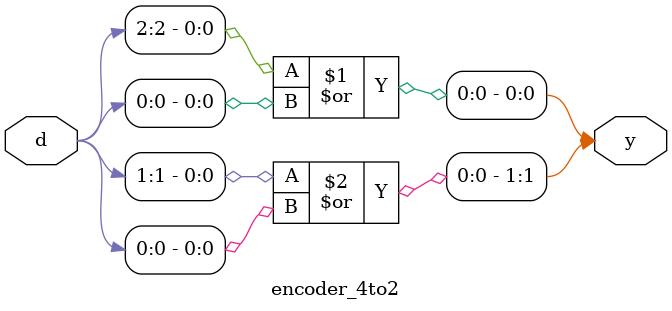
<source format=v>
`timescale 1ns / 1ps


module encoder_4to2(y,d);
input [3:0]d;
output [1:0]y;

  assign y = {d[1] | d[0], d[2] | d[0]};
endmodule
</source>
